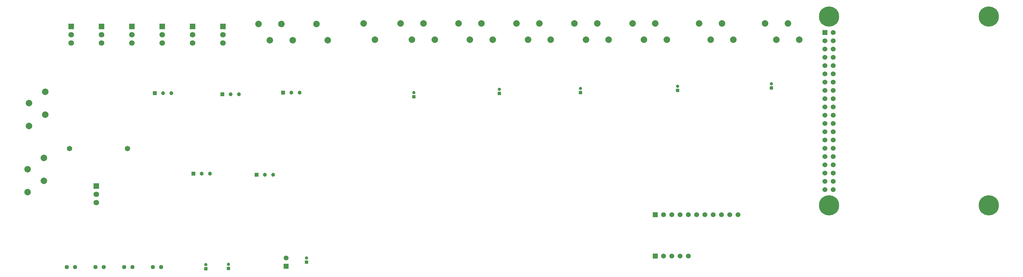
<source format=gbr>
%TF.GenerationSoftware,Altium Limited,Altium Designer,21.2.2 (38)*%
G04 Layer_Color=255*
%FSLAX26Y26*%
%MOIN*%
%TF.SameCoordinates,72563302-9CA4-4070-8E96-6B9CF41BC73D*%
%TF.FilePolarity,Positive*%
%TF.FileFunction,Pads,Bot*%
%TF.Part,Single*%
G01*
G75*
%TA.AperFunction,ComponentPad*%
%ADD22R,0.066929X0.066929*%
%ADD23C,0.066929*%
%ADD24R,0.047244X0.047244*%
%ADD25C,0.047244*%
%ADD26C,0.059055*%
%ADD27R,0.059055X0.059055*%
%ADD28R,0.059055X0.059055*%
%ADD29R,0.039370X0.039370*%
%ADD30C,0.039370*%
%ADD31C,0.064961*%
%TA.AperFunction,ViaPad*%
%ADD32C,0.244095*%
%TA.AperFunction,ComponentPad*%
%ADD33C,0.078740*%
G04:AMPARAMS|DCode=34|XSize=46.476mil|YSize=46.476mil|CornerRadius=0mil|HoleSize=0mil|Usage=FLASHONLY|Rotation=0.000|XOffset=0mil|YOffset=0mil|HoleType=Round|Shape=Octagon|*
%AMOCTAGOND34*
4,1,8,0.023238,-0.011619,0.023238,0.011619,0.011619,0.023238,-0.011619,0.023238,-0.023238,0.011619,-0.023238,-0.011619,-0.011619,-0.023238,0.011619,-0.023238,0.023238,-0.011619,0.0*
%
%ADD34OCTAGOND34*%

D22*
X1063190Y-2200000D02*
D03*
X2593190Y-270000D02*
D03*
X2226190D02*
D03*
X1859190D02*
D03*
X1492190D02*
D03*
X1125190D02*
D03*
X758190D02*
D03*
D23*
X1063190Y-2300000D02*
D03*
Y-2400000D02*
D03*
X2593190Y-370000D02*
D03*
Y-470000D02*
D03*
X2226190Y-370000D02*
D03*
Y-470000D02*
D03*
X1859190Y-370000D02*
D03*
Y-470000D02*
D03*
X1492190Y-370000D02*
D03*
Y-470000D02*
D03*
X1125190Y-370000D02*
D03*
Y-470000D02*
D03*
X758190Y-370000D02*
D03*
Y-470000D02*
D03*
D24*
X3000000Y-2061850D02*
D03*
X2235000Y-2050000D02*
D03*
X3320000Y-1070000D02*
D03*
X2585000Y-1088150D02*
D03*
X1770000Y-1075000D02*
D03*
D25*
X3100000Y-2061850D02*
D03*
X3200000D02*
D03*
X2335000Y-2050000D02*
D03*
X2435000D02*
D03*
X3420000Y-1070000D02*
D03*
X3520000D02*
D03*
X2685000Y-1088150D02*
D03*
X2785000D02*
D03*
X1870000Y-1075000D02*
D03*
X1970000D02*
D03*
D26*
X8215000Y-3045000D02*
D03*
X8115000D02*
D03*
X8015000D02*
D03*
X7915000D02*
D03*
X3355000Y-3070000D02*
D03*
X8815000Y-2545000D02*
D03*
X8715000D02*
D03*
X8615000D02*
D03*
X8515000D02*
D03*
X8415000D02*
D03*
X8315000D02*
D03*
X8215000D02*
D03*
X8115000D02*
D03*
X8015000D02*
D03*
X7915000D02*
D03*
X9966000Y-342000D02*
D03*
X9866000Y-442000D02*
D03*
X9966000D02*
D03*
X9866000Y-542000D02*
D03*
X9966000D02*
D03*
X9866000Y-642000D02*
D03*
X9966000D02*
D03*
X9866000Y-742000D02*
D03*
X9966000D02*
D03*
X9866000Y-842000D02*
D03*
X9966000D02*
D03*
X9866000Y-942000D02*
D03*
X9966000D02*
D03*
X9866000Y-1042000D02*
D03*
X9966000D02*
D03*
X9866000Y-1142000D02*
D03*
X9966000D02*
D03*
X9866000Y-1242000D02*
D03*
X9966000D02*
D03*
X9866000Y-1342000D02*
D03*
X9966000D02*
D03*
X9866000Y-1442000D02*
D03*
X9966000D02*
D03*
X9866000Y-1542000D02*
D03*
X9966000D02*
D03*
X9866000Y-1642000D02*
D03*
X9966000D02*
D03*
X9866000Y-1742000D02*
D03*
X9966000D02*
D03*
X9866000Y-1842000D02*
D03*
X9966000D02*
D03*
X9866000Y-1942000D02*
D03*
X9966000D02*
D03*
X9866000Y-2042000D02*
D03*
X9966000D02*
D03*
X9866000Y-2142000D02*
D03*
X9966000D02*
D03*
X9866000Y-2242000D02*
D03*
X9966000D02*
D03*
D27*
X7815000Y-3045000D02*
D03*
Y-2545000D02*
D03*
D28*
X3355000Y-3170000D02*
D03*
X9866000Y-342000D02*
D03*
D29*
X9220826Y-1011422D02*
D03*
X8086614Y-1044020D02*
D03*
X6913662Y-1070000D02*
D03*
X5933662Y-1080000D02*
D03*
X4900000Y-1120000D02*
D03*
X3603662Y-3120000D02*
D03*
X2660000Y-3195000D02*
D03*
X2385000Y-3200000D02*
D03*
D30*
X9220826Y-961422D02*
D03*
X8086614Y-994020D02*
D03*
X6913662Y-1020000D02*
D03*
X5933662Y-1030000D02*
D03*
X4900000Y-1070000D02*
D03*
X3603662Y-3070000D02*
D03*
X2660000Y-3145000D02*
D03*
X2385000Y-3150000D02*
D03*
D31*
X1440000Y-1745000D02*
D03*
X740000D02*
D03*
D32*
X9916000Y-150268D02*
D03*
Y-2433732D02*
D03*
X11845134D02*
D03*
Y-150268D02*
D03*
D33*
X4430000Y-430000D02*
D03*
X4292204Y-233150D02*
D03*
X5152480Y-430000D02*
D03*
X5014686Y-233150D02*
D03*
X4876890Y-430000D02*
D03*
X4739094Y-233150D02*
D03*
X5853110Y-430000D02*
D03*
X5715314Y-233150D02*
D03*
X5577520Y-430000D02*
D03*
X5439724Y-233150D02*
D03*
X6553740Y-430000D02*
D03*
X6415944Y-233150D02*
D03*
X6278150Y-430000D02*
D03*
X6140354Y-233150D02*
D03*
X7254370Y-430000D02*
D03*
X7116574Y-233150D02*
D03*
X6978780Y-430000D02*
D03*
X6840984Y-233150D02*
D03*
X3722834Y-238150D02*
D03*
X3860630Y-435000D02*
D03*
X7955000Y-430000D02*
D03*
X7817204Y-233150D02*
D03*
X7679410Y-430000D02*
D03*
X7541614Y-233150D02*
D03*
X430000Y-1859410D02*
D03*
X233150Y-1997204D02*
D03*
X430000Y-2135000D02*
D03*
X233150Y-2272796D02*
D03*
X8760590Y-430000D02*
D03*
X8622796Y-233150D02*
D03*
X8485000Y-430000D02*
D03*
X8347204Y-233150D02*
D03*
X9142204D02*
D03*
X9280000Y-430000D02*
D03*
X9417796Y-233150D02*
D03*
X9555590Y-430000D02*
D03*
X445000Y-1059410D02*
D03*
X248150Y-1197204D02*
D03*
X445000Y-1335000D02*
D03*
X248150Y-1472796D02*
D03*
X3435590Y-435000D02*
D03*
X3297796Y-238150D02*
D03*
X3160000Y-435000D02*
D03*
X3022204Y-238150D02*
D03*
D34*
X1151666Y-3180000D02*
D03*
X1051666D02*
D03*
X1498334D02*
D03*
X1398334D02*
D03*
X1845000D02*
D03*
X1745000D02*
D03*
X805000D02*
D03*
X705000D02*
D03*
%TF.MD5,01d6a2bb769271f44c02408a43ac01b5*%
M02*

</source>
